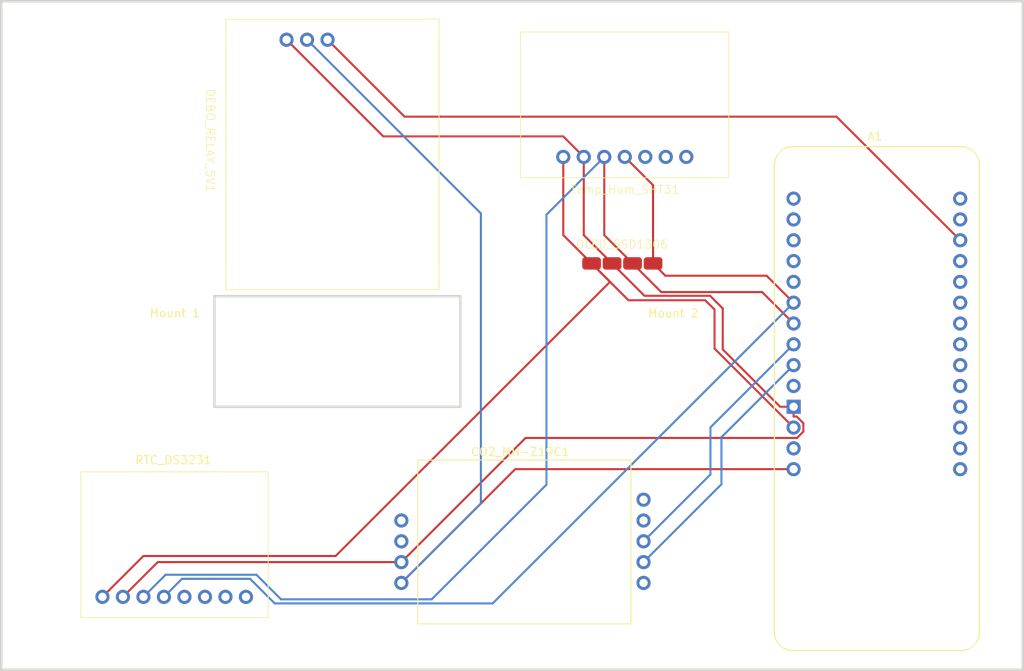
<source format=kicad_pcb>
(kicad_pcb (version 20240108) (generator "pcbnew") (generator_version "8.0")
  (layers (0 "F.Cu" signal) (31 "B.Cu" signal) (34 "B.Paste" user) (35 "F.Paste" user) (36 "B.SilkS" user "B.Silkscreen") (37 "F.SilkS" user "F.Silkscreen") (38 "B.Mask" user) (39 "F.Mask" user) (44 "Edge.Cuts" user))
  (net 0 "")
  (net 1 "Net-(A1-D11{slash}SDA)")
  (net 7 "Net-(A1-D13{slash}RX)")
  (net 14 "Net-(A1-D12{slash}SCL)")
  (net 16 "Net-(A1-D14{slash}TX)")
  (net 23 "Net-(DEBO_RELAY_5V1-Signal)")
  (net 25 "Net-(A1-3.3V)")
  (net 26 "Net-(CO2_MH-Z19C1-VIN)")
  (net 28 "Net-(CO2_MH-Z19C1-GND)")
  (footprint "Custom_Footprints:SHT31" (layer "F.Cu") (at 143.023 74.08)
    (property "Reference" "Temp_Hum_SHT31" (at 33.027 -1.08 0) (layer "F.SilkS") (effects (font (thickness 0.1))))
    (property "Value" "~" (hide yes))
    (fp_rect (start 20.32 -20.32) (end 45.72 -2.54) (stroke (width 0.1)) (fill none) (layer "F.SilkS"))
    (pad "" np_thru_hole circle (at 22.86 -17.78) (size 2.54 2.54) (drill 2.54) (layers "F&B.Cu" "*.Mask"))
    (pad "" np_thru_hole circle (at 22.86 -5.08) (size 2.032 2.032) (drill 2.032) (layers "F&B.Cu" "*.Mask"))
    (pad "" np_thru_hole circle (at 43.18 -17.78) (size 2.54 2.54) (drill 2.54) (layers "F&B.Cu" "*.Mask"))
    (pad "" np_thru_hole circle (at 43.18 -5.08) (size 2.032 2.032) (drill 2.032) (layers "F&B.Cu" "*.Mask"))
    (pad "1" thru_hole circle (at 25.527 -5.08) (size 1.7272 1.7272) (drill 1.016) (layers "*.Cu" "*.Mask") (net 25 "Net-(A1-3.3V)"))
    (pad "2" thru_hole circle (at 28.027 -5.08) (size 1.7272 1.7272) (drill 1.016) (layers "*.Cu" "*.Mask") (net 28 "Net-(CO2_MH-Z19C1-GND)"))
    (pad "3" thru_hole circle (at 30.527 -5.08) (size 1.7272 1.7272) (drill 1.016) (layers "*.Cu" "*.Mask") (net 14 "Net-(A1-D12{slash}SCL)"))
    (pad "4" thru_hole circle (at 33.027 -5.08) (size 1.7272 1.7272) (drill 1.016) (layers "*.Cu" "*.Mask") (net 1 "Net-(A1-D11{slash}SDA)"))
    (pad "5" thru_hole circle (at 35.527 -5.08) (size 1.7272 1.7272) (drill 1.016) (layers "*.Cu" "*.Mask"))
    (pad "6" thru_hole circle (at 38.027 -5.08) (size 1.7272 1.7272) (drill 1.016) (layers "*.Cu" "*.Mask"))
    (pad "7" thru_hole circle (at 40.527 -5.08) (size 1.7272 1.7272) (drill 1.016) (layers "*.Cu" "*.Mask"))
  )
  (footprint "Custom_Footprints:OLED_SSD1306_Pad" (layer "F.Cu") (at 169.5 84.5)
    (property "Reference" "OLED_SSD1306" (at 6.191901 -4.818006 0) (layer "F.SilkS") (effects (font (thickness 0.1))))
    (property "Value" "~" (hide yes))
    (pad "1" smd roundrect (at 2.5 -2.5) (size 2.286 1.524) (layers "F.Cu" "F.Paste" "F.Mask") (net 25 "Net-(A1-3.3V)"))
    (pad "2" smd roundrect (at 5 -2.5) (size 2.286 1.524) (layers "F.Cu" "F.Paste" "F.Mask") (net 28 "Net-(CO2_MH-Z19C1-GND)"))
    (pad "3" smd roundrect (at 7.5 -2.5) (size 2.286 1.524) (layers "F.Cu" "F.Paste" "F.Mask") (net 14 "Net-(A1-D12{slash}SCL)"))
    (pad "4" smd roundrect (at 10 -2.5) (size 2.286 1.524) (layers "F.Cu" "F.Paste" "F.Mask") (net 1 "Net-(A1-D11{slash}SDA)"))
  )
  (footprint "Custom_Footprints:Relay_5V" (layer "F.Cu") (at 122.4 62.2)
    (property "Reference" "DEBO_RELAY_5V1" (at 3.1 4.8 -90) (layer "F.SilkS") (effects (font (thickness 0.1))))
    (property "Value" "~" (hide yes))
    (fp_rect (start 5 -10) (end 31 23) (stroke (width 0.1)) (fill none) (layer "F.SilkS"))
    (pad "" np_thru_hole circle (at 7.25 -7.75) (size 3.5 3.5) (drill 3.5) (layers "F&B.Cu" "*.Mask"))
    (pad "" np_thru_hole circle (at 7.25 20.75) (size 3.5 3.5) (drill 3.5) (layers "F&B.Cu" "*.Mask"))
    (pad "" np_thru_hole circle (at 29.1 -8.1) (size 3.5 3.5) (drill 3.5) (layers "F&B.Cu" "*.Mask"))
    (pad "" np_thru_hole circle (at 29.1 20.8) (size 3.5 3.5) (drill 3.5) (layers "F&B.Cu" "*.Mask"))
    (pad "1" thru_hole circle (at 17.4 -7.5) (size 1.7272 1.7272) (drill 1.016) (layers "*.Cu" "*.Mask") (net 23 "Net-(DEBO_RELAY_5V1-Signal)"))
    (pad "2" thru_hole circle (at 14.9 -7.5) (size 1.7272 1.7272) (drill 1.016) (layers "*.Cu" "*.Mask") (net 26 "Net-(CO2_MH-Z19C1-VIN)"))
    (pad "3" thru_hole circle (at 12.4 -7.5) (size 1.7272 1.7272) (drill 1.016) (layers "*.Cu" "*.Mask") (net 28 "Net-(CO2_MH-Z19C1-GND)"))
  )
  (footprint "Custom_Footprints:RTC_DS3231" (layer "F.Cu") (at 109.68 125.24)
    (property "Reference" "RTC_DS3231" (at 11.32 -19.24 0) (layer "F.SilkS"))
    (property "Value" "~" (hide yes))
    (fp_rect (start 0.02 -17.8) (end 22.88 -0.02) (stroke (width 0.1)) (fill none) (layer "F.SilkS"))
    (pad "" np_thru_hole circle (at 2.54 -15.24) (size 2.54 2.54) (drill 2.54) (layers "F&B.Cu" "*.Mask"))
    (pad "" np_thru_hole circle (at 20.32 -15.24) (size 2.54 2.54) (drill 2.54) (layers "F&B.Cu" "*.Mask"))
    (pad "1" thru_hole circle (at 2.667 -2.54) (size 1.7272 1.7272) (drill 1.016) (layers "*.Cu" "*.Mask") (net 25 "Net-(A1-3.3V)"))
    (pad "2" thru_hole circle (at 5.167 -2.54) (size 1.7272 1.7272) (drill 1.016) (layers "*.Cu" "*.Mask") (net 28 "Net-(CO2_MH-Z19C1-GND)"))
    (pad "3" thru_hole circle (at 7.667 -2.54) (size 1.7272 1.7272) (drill 1.016) (layers "*.Cu" "*.Mask") (net 14 "Net-(A1-D12{slash}SCL)"))
    (pad "4" thru_hole circle (at 10.167 -2.54) (size 1.7272 1.7272) (drill 1.016) (layers "*.Cu" "*.Mask") (net 1 "Net-(A1-D11{slash}SDA)"))
    (pad "5" thru_hole circle (at 12.667 -2.54) (size 1.7272 1.7272) (drill 1.016) (layers "*.Cu" "*.Mask"))
    (pad "6" thru_hole circle (at 15.167 -2.54) (size 1.7272 1.7272) (drill 1.016) (layers "*.Cu" "*.Mask"))
    (pad "7" thru_hole circle (at 17.667 -2.54) (size 1.7272 1.7272) (drill 1.016) (layers "*.Cu" "*.Mask"))
    (pad "8" thru_hole circle (at 20.167 -2.54) (size 1.7272 1.7272) (drill 1.016) (layers "*.Cu" "*.Mask"))
  )
  (footprint "MountingHole:MountingHole_3.7mm" (layer "F.Cu") (at 182 93)
    (property "Reference" "Mount 2" (at -0.036992 -4.904329 0) (layer "F.SilkS"))
    (property "Value" "MountingHole_3.7mm" (hide yes))
    (pad "" np_thru_hole circle (at 0 0) (size 3.7 3.7) (drill 3.7) (layers "F&B.Cu" "*.Mask"))
  )
  (footprint "MountingHole:MountingHole_3.7mm" (layer "F.Cu") (at 121.2 93)
    (property "Reference" "Mount 1" (at -0.026983 -4.928158 0) (layer "F.SilkS"))
    (property "Value" "MountingHole_3.7mm" (hide yes))
    (pad "" np_thru_hole circle (at 0 0) (size 3.7 3.7) (drill 3.7) (layers "*.Cu" "*.Mask"))
  )
  (footprint "Custom_Footprints:MH-Z19C" (layer "F.Cu") (at 148.8 121)
    (property "Reference" "CO2_MH-Z19C1" (at 14.5 -16 0) (layer "F.SilkS"))
    (property "Value" "~" (hide yes))
    (fp_line (start 2 -15) (end 28 -15) (stroke (width 0.127)) (layer "F.SilkS"))
    (fp_line (start 2 5) (end 2 -15) (stroke (width 0.127)) (layer "F.SilkS"))
    (fp_line (start 28 -15) (end 28 5) (stroke (width 0.127)) (layer "F.SilkS"))
    (fp_line (start 28 5) (end 2 5) (stroke (width 0.127)) (layer "F.SilkS"))
    (pad "1" thru_hole circle (at 0 0) (size 1.7272 1.7272) (drill 1.016) (layers "*.Cu" "*.Mask") (net 26 "Net-(CO2_MH-Z19C1-VIN)"))
    (pad "2" thru_hole circle (at 0 -2.54) (size 1.7272 1.7272) (drill 1.016) (layers "*.Cu" "*.Mask") (net 28 "Net-(CO2_MH-Z19C1-GND)"))
    (pad "3" thru_hole circle (at 0 -5.08) (size 1.7272 1.7272) (drill 1.016) (layers "*.Cu" "*.Mask"))
    (pad "4" thru_hole circle (at 0 -7.62) (size 1.7272 1.7272) (drill 1.016) (layers "*.Cu" "*.Mask"))
    (pad "5" thru_hole circle (at 29.54 0) (size 1.7272 1.7272) (drill 1.016) (layers "*.Cu" "*.Mask"))
    (pad "6" thru_hole circle (at 29.54 -2.54) (size 1.7272 1.7272) (drill 1.016) (layers "*.Cu" "*.Mask") (net 16 "Net-(A1-D14{slash}TX)"))
    (pad "7" thru_hole circle (at 29.54 -5.08) (size 1.7272 1.7272) (drill 1.016) (layers "*.Cu" "*.Mask") (net 7 "Net-(A1-D13{slash}RX)"))
    (pad "8" thru_hole circle (at 29.54 -7.62) (size 1.7272 1.7272) (drill 1.016) (layers "*.Cu" "*.Mask"))
    (pad "9" thru_hole circle (at 29.54 -10.16) (size 1.7272 1.7272) (drill 1.016) (layers "*.Cu" "*.Mask"))
  )
  (footprint "PCM_arduino-library:Arduino_MKR_WiFi_1010_Socket" (layer "F.Cu") (at 196.55 127 90)
    (property "Reference" "A1" (at 60.5 10 0) (layer "F.SilkS"))
    (property "Value" "Arduino_MKR_WiFi_1010_Socket" (hide yes))
    (fp_line (start 0 -2.25) (end 57 -2.25) (stroke (width 0.15)) (layer "F.SilkS"))
    (fp_line (start 59.25 20.5) (end 59.25 0) (stroke (width 0.15)) (layer "F.SilkS"))
    (fp_line (start -2.25 20.5) (end -2.25 0) (stroke (width 0.15)) (layer "F.SilkS"))
    (fp_line (start 0 22.75) (end 57 22.75) (stroke (width 0.15)) (layer "F.SilkS"))
    (fp_arc (start 57 -2.25) (mid 58.59099 -1.59099) (end 59.25 0) (stroke (width 0.15)) (layer "F.SilkS"))
    (fp_arc (start -2.25 0) (mid -1.59099 -1.59099) (end 0 -2.25) (stroke (width 0.15)) (layer "F.SilkS"))
    (fp_arc (start 59.25 20.5) (mid 58.59099 22.09099) (end 57 22.75) (stroke (width 0.15)) (layer "F.SilkS"))
    (fp_arc (start 0 22.75) (mid -1.59099 22.09099) (end -2.25 20.5) (stroke (width 0.15)) (layer "F.SilkS"))
    (pad "" np_thru_hole circle (at 0 0 90) (size 2.2 2.2) (drill 2.2) (layers "F&B.Cu" "*.Mask"))
    (pad "" np_thru_hole circle (at 0 20.5 90) (size 2.2 2.2) (drill 2.2) (layers "F&B.Cu" "*.Mask"))
    (pad "" np_thru_hole circle (at 57 0 90) (size 2.2 2.2) (drill 2.2) (layers "F&B.Cu" "*.Mask"))
    (pad "" np_thru_hole circle (at 57 20.5 90) (size 2.2 2.2) (drill 2.2) (layers "F&B.Cu" "*.Mask"))
    (pad "3V3" thru_hole circle (at 24.9648 0.09 90) (size 1.7272 1.7272) (drill 1.016) (layers "*.Cu" "*.Mask") (net 25 "Net-(A1-3.3V)"))
    (pad "5V" thru_hole circle (at 19.8848 0.09 90) (size 1.7272 1.7272) (drill 1.016) (layers "*.Cu" "*.Mask") (net 26 "Net-(CO2_MH-Z19C1-VIN)"))
    (pad "A0" thru_hole circle (at 22.4248 20.41 90) (size 1.7272 1.7272) (drill 1.016) (layers "*.Cu" "*.Mask"))
    (pad "A1" thru_hole circle (at 24.9648 20.41 90) (size 1.7272 1.7272) (drill 1.016) (layers "*.Cu" "*.Mask"))
    (pad "A2" thru_hole circle (at 27.5048 20.41 90) (size 1.7272 1.7272) (drill 1.016) (layers "*.Cu" "*.Mask"))
    (pad "A3" thru_hole circle (at 30.0448 20.41 90) (size 1.7272 1.7272) (drill 1.016) (layers "*.Cu" "*.Mask"))
    (pad "A4" thru_hole circle (at 32.5848 20.41 90) (size 1.7272 1.7272) (drill 1.016) (layers "*.Cu" "*.Mask"))
    (pad "A5" thru_hole circle (at 35.1248 20.41 90) (size 1.7272 1.7272) (drill 1.016) (layers "*.Cu" "*.Mask"))
    (pad "A6" thru_hole circle (at 37.6648 20.41 90) (size 1.7272 1.7272) (drill 1.016) (layers "*.Cu" "*.Mask"))
    (pad "AREF" thru_hole circle (at 19.8848 20.41 90) (size 1.7272 1.7272) (drill 1.016) (layers "*.Cu" "*.Mask"))
    (pad "D0" thru_hole circle (at 40.2048 20.41 90) (size 1.7272 1.7272) (drill 1.016) (layers "*.Cu" "*.Mask"))
    (pad "D1" thru_hole circle (at 42.7448 20.41 90) (size 1.7272 1.7272) (drill 1.016) (layers "*.Cu" "*.Mask"))
    (pad "D2" thru_hole circle (at 45.2848 20.41 90) (size 1.7272 1.7272) (drill 1.016) (layers "*.Cu" "*.Mask"))
    (pad "D3" thru_hole circle (at 47.8248 20.41 90) (size 1.7272 1.7272) (drill 1.016) (layers "*.Cu" "*.Mask") (net 23 "Net-(DEBO_RELAY_5V1-Signal)"))
    (pad "D4" thru_hole circle (at 50.3648 20.41 90) (size 1.7272 1.7272) (drill 1.016) (layers "*.Cu" "*.Mask"))
    (pad "D5" thru_hole circle (at 52.9048 20.41 90) (size 1.7272 1.7272) (drill 1.016) (layers "*.Cu" "*.Mask"))
    (pad "D6" thru_hole circle (at 52.9048 0.09 90) (size 1.7272 1.7272) (drill 1.016) (layers "*.Cu" "*.Mask"))
    (pad "D7" thru_hole circle (at 50.3648 0.09 90) (size 1.7272 1.7272) (drill 1.016) (layers "*.Cu" "*.Mask"))
    (pad "D8" thru_hole circle (at 47.8248 0.09 90) (size 1.7272 1.7272) (drill 1.016) (layers "*.Cu" "*.Mask"))
    (pad "D9" thru_hole circle (at 45.2848 0.09 90) (size 1.7272 1.7272) (drill 1.016) (layers "*.Cu" "*.Mask"))
    (pad "D10" thru_hole circle (at 42.7448 0.09 90) (size 1.7272 1.7272) (drill 1.016) (layers "*.Cu" "*.Mask"))
    (pad "D11" thru_hole circle (at 40.2048 0.09 90) (size 1.7272 1.7272) (drill 1.016) (layers "*.Cu" "*.Mask") (net 1 "Net-(A1-D11{slash}SDA)"))
    (pad "D12" thru_hole circle (at 37.6648 0.09 90) (size 1.7272 1.7272) (drill 1.016) (layers "*.Cu" "*.Mask") (net 14 "Net-(A1-D12{slash}SCL)"))
    (pad "D13" thru_hole circle (at 35.1248 0.09 90) (size 1.7272 1.7272) (drill 1.016) (layers "*.Cu" "*.Mask") (net 7 "Net-(A1-D13{slash}RX)"))
    (pad "D14" thru_hole circle (at 32.5848 0.09 90) (size 1.7272 1.7272) (drill 1.016) (layers "*.Cu" "*.Mask") (net 16 "Net-(A1-D14{slash}TX)"))
    (pad "GND" thru_hole rect (at 27.5048 0.09 90) (size 1.7272 1.7272) (drill 1.016) (layers "*.Cu" "*.Mask") (net 28 "Net-(CO2_MH-Z19C1-GND)"))
    (pad "RST" thru_hole circle (at 30.0448 0.09 90) (size 1.7272 1.7272) (drill 1.016) (layers "*.Cu" "*.Mask"))
    (pad "VIN" thru_hole circle (at 22.4248 0.09 90) (size 1.7272 1.7272) (drill 1.016) (layers "*.Cu" "*.Mask"))
  )
  (gr_rect (start 126 86) (end 156 99.5) (stroke (width 0.3)) (fill none) (layer "Edge.Cuts"))
  (gr_rect (start 100 50) (end 224.6 131.6) (stroke (width 0.3)) (fill none) (layer "Edge.Cuts"))
  (segment (start 181 83.5) (end 179.5 82) (width 0.25) (layer "F.Cu") (net 1))
  (segment (start 179.5 82) (end 179.5 72.45) (width 0.25) (layer "F.Cu") (net 1))
  (segment (start 196.64 86.7952) (end 193.3448 83.5) (width 0.25) (layer "F.Cu") (net 1))
  (segment (start 193.3448 83.5) (end 181 83.5) (width 0.25) (layer "F.Cu") (net 1))
  (segment (start 179.5 72.45) (end 176.05 69) (width 0.25) (layer "F.Cu") (net 1))
  (segment (start 159.9352 123.5) (end 133.3515 123.5) (width 0.25) (layer "B.Cu") (net 1))
  (segment (start 133.3515 123.5) (end 130.3515 120.5) (width 0.25) (layer "B.Cu") (net 1))
  (segment (start 130.3515 120.5) (end 122.047 120.5) (width 0.25) (layer "B.Cu") (net 1))
  (segment (start 196.64 86.7952) (end 159.9352 123.5) (width 0.25) (layer "B.Cu") (net 1))
  (segment (start 122.047 120.5) (end 119.847 122.7) (width 0.25) (layer "B.Cu") (net 1))
  (segment (start 186.5 107.76) (end 178.34 115.92) (width 0.25) (layer "B.Cu") (net 7))
  (segment (start 186.5 102.0152) (end 186.5 107.76) (width 0.25) (layer "B.Cu") (net 7))
  (segment (start 196.64 91.8752) (end 186.5 102.0152) (width 0.25) (layer "B.Cu") (net 7))
  (segment (start 173.55 78.55) (end 173.55 69) (width 0.25) (layer "F.Cu") (net 14))
  (segment (start 196.64 89.3352) (end 192.8048 85.5) (width 0.25) (layer "F.Cu") (net 14))
  (segment (start 180.5 85.5) (end 177 82) (width 0.25) (layer "F.Cu") (net 14))
  (segment (start 192.8048 85.5) (end 180.5 85.5) (width 0.25) (layer "F.Cu") (net 14))
  (segment (start 177 82) (end 173.55 78.55) (width 0.25) (layer "F.Cu") (net 14))
  (segment (start 166.5 109) (end 152.5 123) (width 0.25) (layer "B.Cu") (net 14))
  (segment (start 152.5 123) (end 134.127 123) (width 0.25) (layer "B.Cu") (net 14))
  (segment (start 134.127 123) (end 131.127 120) (width 0.25) (layer "B.Cu") (net 14))
  (segment (start 120.047 120) (end 117.347 122.7) (width 0.25) (layer "B.Cu") (net 14))
  (segment (start 166.5 76.05) (end 166.5 109) (width 0.25) (layer "B.Cu") (net 14))
  (segment (start 173.55 69) (end 166.5 76.05) (width 0.25) (layer "B.Cu") (net 14))
  (segment (start 131.127 120) (end 120.047 120) (width 0.25) (layer "B.Cu") (net 14))
  (segment (start 187.8399 108.9601) (end 187.8399 103.2153) (width 0.25) (layer "B.Cu") (net 16))
  (segment (start 178.34 118.46) (end 187.8399 108.9601) (width 0.25) (layer "B.Cu") (net 16))
  (segment (start 187.8399 103.2153) (end 196.64 94.4152) (width 0.25) (layer "B.Cu") (net 16))
  (segment (start 149.1899 64.0899) (end 139.8 54.7) (width 0.25) (layer "F.Cu") (net 23))
  (segment (start 201.8747 64.0899) (end 149.1899 64.0899) (width 0.25) (layer "F.Cu") (net 23))
  (segment (start 216.96 79.1752) (end 201.8747 64.0899) (width 0.25) (layer "F.Cu") (net 23))
  (segment (start 185.863604 86.5) (end 187 87.636396) (width 0.25) (layer "F.Cu") (net 25))
  (segment (start 187 92.3952) (end 196.64 102.0352) (width 0.25) (layer "F.Cu") (net 25))
  (segment (start 174.25 84.25) (end 140.7874 117.7126) (width 0.25) (layer "F.Cu") (net 25))
  (segment (start 187 87.636396) (end 187 92.3952) (width 0.25) (layer "F.Cu") (net 25))
  (segment (start 172.972 82.972) (end 172 82) (width 0.25) (layer "F.Cu") (net 25))
  (segment (start 172.972 82.972) (end 174.25 84.25) (width 0.25) (layer "F.Cu") (net 25))
  (segment (start 172.972 82.972) (end 176.5 86.5) (width 0.25) (layer "F.Cu") (net 25))
  (segment (start 140.7874 117.7126) (end 117.3344 117.7126) (width 0.25) (layer "F.Cu") (net 25))
  (segment (start 168.55 69) (end 168.55 78.55) (width 0.25) (layer "F.Cu") (net 25))
  (segment (start 117.3344 117.7126) (end 112.347 122.7) (width 0.25) (layer "F.Cu") (net 25))
  (segment (start 168.55 78.55) (end 172 82) (width 0.25) (layer "F.Cu") (net 25))
  (segment (start 176.5 86.5) (end 185.863604 86.5) (width 0.25) (layer "F.Cu") (net 25))
  (segment (start 148.8 121) (end 162.6848 107.1152) (width 0.25) (layer "F.Cu") (net 26))
  (segment (start 162.6848 107.1152) (end 196.64 107.1152) (width 0.25) (layer "F.Cu") (net 26))
  (segment (start 158.5 75.9) (end 158.5 111.3) (width 0.25) (layer "B.Cu") (net 26))
  (segment (start 137.3 54.7) (end 158.5 75.9) (width 0.25) (layer "B.Cu") (net 26))
  (segment (start 158.5 111.3) (end 148.8 121) (width 0.25) (layer "B.Cu") (net 26))
  (segment (start 119.087 118.46) (end 148.8 118.46) (width 0.25) (layer "F.Cu") (net 28))
  (segment (start 197.8303 101.5037) (end 197.0121 100.6855) (width 0.25) (layer "F.Cu") (net 28))
  (segment (start 168.55 66.5) (end 171.05 69) (width 0.25) (layer "F.Cu") (net 28))
  (segment (start 196.64 99.4952) (end 194.9952 99.4952) (width 0.25) (layer "F.Cu") (net 28))
  (segment (start 188 92.5) (end 188 87.5) (width 0.25) (layer "F.Cu") (net 28))
  (segment (start 148.8 118.46) (end 163.9548 103.3052) (width 0.25) (layer "F.Cu") (net 28))
  (segment (start 134.8 54.7) (end 146.6 66.5) (width 0.25) (layer "F.Cu") (net 28))
  (segment (start 163.9548 103.3052) (end 197.0543 103.3052) (width 0.25) (layer "F.Cu") (net 28))
  (segment (start 194.9952 99.4952) (end 188 92.5) (width 0.25) (layer "F.Cu") (net 28))
  (segment (start 197.0121 100.6855) (end 196.64 100.6855) (width 0.25) (layer "F.Cu") (net 28))
  (segment (start 178.45 85.95) (end 174.5 82) (width 0.25) (layer "F.Cu") (net 28))
  (segment (start 171.05 78.55) (end 174.5 82) (width 0.25) (layer "F.Cu") (net 28))
  (segment (start 146.6 66.5) (end 168.55 66.5) (width 0.25) (layer "F.Cu") (net 28))
  (segment (start 114.847 122.7) (end 119.087 118.46) (width 0.25) (layer "F.Cu") (net 28))
  (segment (start 196.64 99.4952) (end 196.64 100.6855) (width 0.25) (layer "F.Cu") (net 28))
  (segment (start 188 87.5) (end 186.45 85.95) (width 0.25) (layer "F.Cu") (net 28))
  (segment (start 186.45 85.95) (end 178.45 85.95) (width 0.25) (layer "F.Cu") (net 28))
  (segment (start 197.8303 102.5292) (end 197.8303 101.5037) (width 0.25) (layer "F.Cu") (net 28))
  (segment (start 171.05 69) (end 171.05 78.55) (width 0.25) (layer "F.Cu") (net 28))
  (segment (start 197.0543 103.3052) (end 197.8303 102.5292) (width 0.25) (layer "F.Cu") (net 28))
)
</source>
